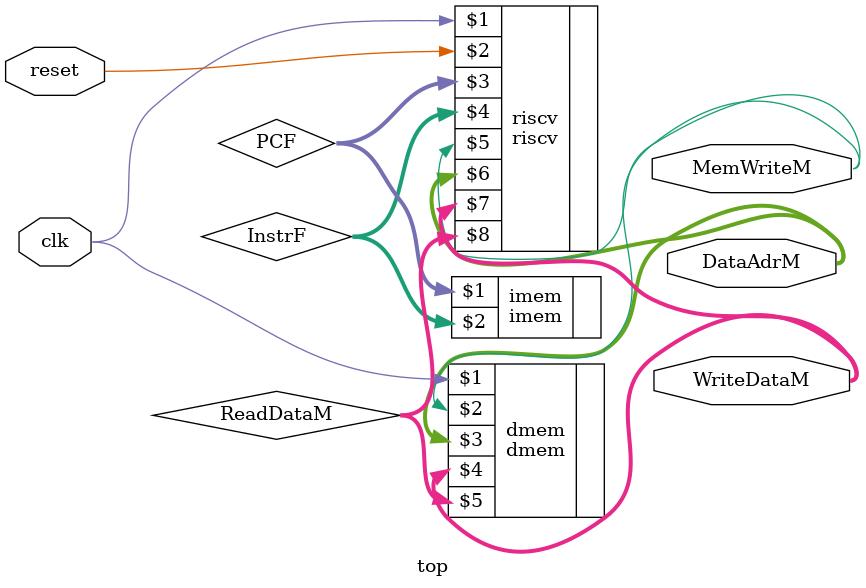
<source format=sv>

module top(
  input logic clk, reset,
  output logic [31:0] WriteDataM, DataAdrM,
  output logic MemWriteM);

  logic [31:0] PCF, InstrF, ReadDataM;
  // instantiate processor and memories
  riscv riscv(clk, reset, PCF, InstrF, MemWriteM, DataAdrM,
  WriteDataM, ReadDataM);
  imem imem(PCF, InstrF);
  dmem dmem(clk, MemWriteM, DataAdrM, WriteDataM, ReadDataM);
  
endmodule
</source>
